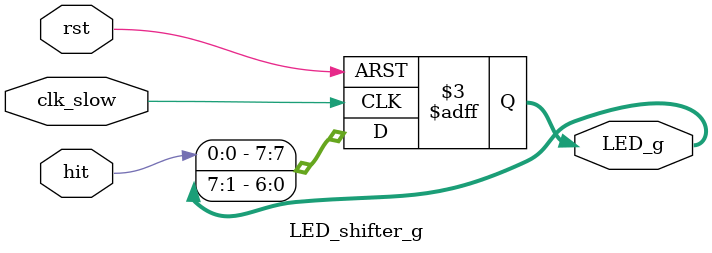
<source format=v>
module LED_shifter_g(
							input hit,
							input clk_slow,rst,
							output reg [7:0] LED_g
							);

always @(posedge clk_slow or negedge rst) begin
	if(!rst)begin
		LED_g <= 'd0;
	end else begin
		LED_g <= {hit,LED_g[7:1]};
	end
end


endmodule
</source>
